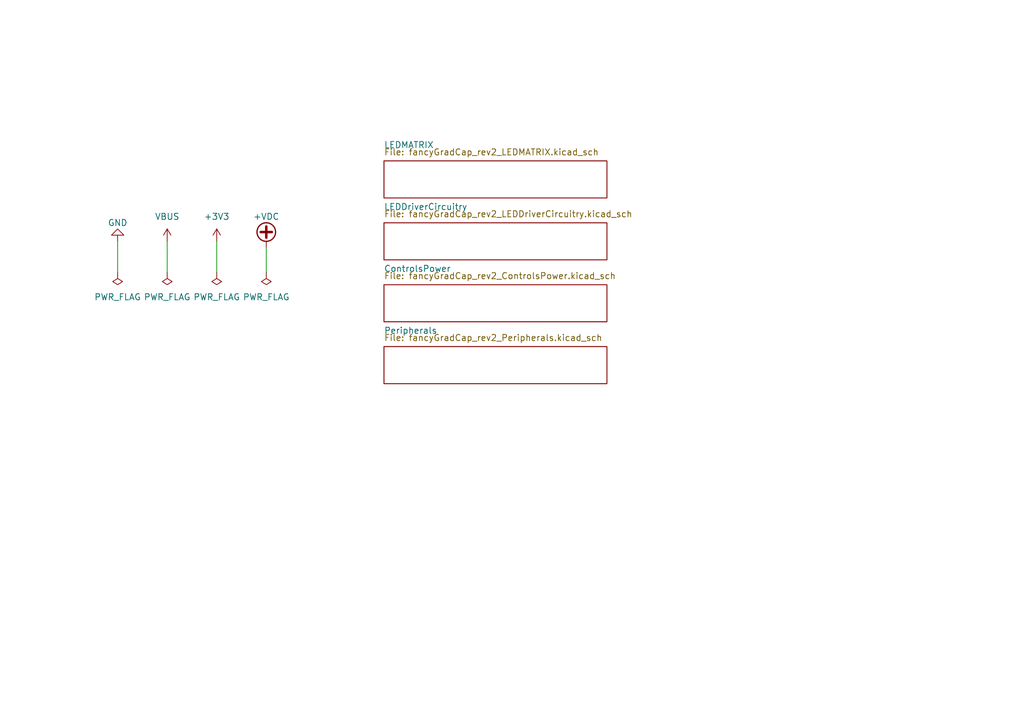
<source format=kicad_sch>
(kicad_sch (version 20211123) (generator eeschema)
  (paper "A5")
  (title_block (title "fancyGradCap_rev2") (date "2022-01-25") (rev "Rev2") (company "Mihir Savadi") (comment 1 "Root"))
  (lib_symbols
    (symbol "power:+3.3V" (power) (pin_names (offset 0))
      (property "Value" "+3.3V" (at 0 3.556 0))
      (symbol "+3.3V_0_1"
        (polyline (pts (xy -0.762 1.27) (xy 0 2.54)))
        (polyline (pts (xy 0 0) (xy 0 2.54)))
        (polyline (pts (xy 0 2.54) (xy 0.762 1.27)))
      )
      (symbol "+3.3V_1_1"
        (pin power_in line (at 0 0 90) (length 0) hide (name "+3V3") (number "1"))
      )
    )
    (symbol "power:+VDC" (power) (pin_names (offset 0))
      (property "Value" "+VDC" (at 0 6.35 0))
      (symbol "+VDC_0_1"
        (polyline (pts (xy -1.143 3.175) (xy 1.143 3.175)) (stroke (width 0.508)))
        (polyline (pts (xy 0 0) (xy 0 1.27)))
        (polyline (pts (xy 0 2.032) (xy 0 4.318)) (stroke (width 0.508)))
        (circle (center 0 3.175) (radius 1.905) (stroke (width 0.254)))
      )
      (symbol "+VDC_1_1"
        (pin power_in line (at 0 0 90) (length 0) hide (name "+VDC") (number "1"))
      )
    )
    (symbol "power:GND" (power) (pin_names (offset 0))
      (property "Value" "GND" (at 0 -3.81 0))
      (symbol "GND_0_1"
        (polyline (pts (xy 0 0) (xy 0 -1.27) (xy 1.27 -1.27) (xy 0 -2.54) (xy -1.27 -1.27) (xy 0 -1.27)))
      )
      (symbol "GND_1_1"
        (pin power_in line (at 0 0 270) (length 0) hide (name "GND") (number "1"))
      )
    )
    (symbol "power:PWR_FLAG" (power) (pin_numbers hide) (pin_names (offset 0) hide)
      (property "Value" "PWR_FLAG" (at 0 3.81 0))
      (symbol "PWR_FLAG_0_0"
        (pin power_out line (at 0 0 90) (length 0) (name "pwr") (number "1"))
      )
      (symbol "PWR_FLAG_0_1"
        (polyline (pts (xy 0 0) (xy 0 1.27) (xy -1.016 1.905) (xy 0 2.54) (xy 1.016 1.905) (xy 0 1.27)))
      )
    )
    (symbol "power:VBUS" (power) (pin_names (offset 0))
      (property "Value" "VBUS" (at 0 3.81 0))
      (symbol "VBUS_0_1"
        (polyline (pts (xy -0.762 1.27) (xy 0 2.54)))
        (polyline (pts (xy 0 0) (xy 0 2.54)))
        (polyline (pts (xy 0 2.54) (xy 0.762 1.27)))
      )
      (symbol "VBUS_1_1"
        (pin power_in line (at 0 0 90) (length 0) hide (name "VBUS") (number "1"))
      )
    )
  )
  (wire (pts (xy 24.13 49.53) (xy 24.13 55.88)))
  (wire (pts (xy 54.61 50.8) (xy 54.61 55.88)))
  (wire (pts (xy 34.29 49.53) (xy 34.29 55.88)))
  (wire (pts (xy 44.45 49.53) (xy 44.45 55.88)))
  (symbol (lib_id "power:PWR_FLAG") (at 44.45 55.88 180) (unit 1)
    (property "Reference" "#FLG03" (effects hide))
    (property "Value" "PWR_FLAG" (at 44.45 60.96 0))
  )
  (symbol (lib_id "power:+VDC") (at 54.61 50.8 0) (unit 1)
    (property "Reference" "#PWR04" (effects hide))
    (property "Value" "+VDC" (at 54.61 44.45 0))
  )
  (symbol (lib_id "power:PWR_FLAG") (at 54.61 55.88 180) (unit 1)
    (property "Reference" "#FLG04" (effects hide))
    (property "Value" "PWR_FLAG" (at 54.61 60.96 0))
  )
  (symbol (lib_id "power:+3.3V") (at 44.45 49.53 0) (unit 1)
    (property "Reference" "#PWR03" (effects hide))
    (property "Value" "+3.3V" (at 44.45 44.45 0))
  )
  (symbol (lib_id "power:PWR_FLAG") (at 34.29 55.88 180) (unit 1)
    (property "Reference" "#FLG02" (effects hide))
    (property "Value" "PWR_FLAG" (at 34.29 60.96 0))
  )
  (symbol (lib_id "power:GND") (at 24.13 49.53 180) (unit 1)
    (property "Reference" "#PWR01" (effects hide))
    (property "Value" "GND" (at 24.13 45.72 0))
  )
  (symbol (lib_id "power:VBUS") (at 34.29 49.53 0) (unit 1)
    (property "Reference" "#PWR02" (effects hide))
    (property "Value" "VBUS" (at 34.29 44.45 0))
  )
  (symbol (lib_id "power:PWR_FLAG") (at 24.13 55.88 180) (unit 1)
    (property "Reference" "#FLG01" (effects hide))
    (property "Value" "PWR_FLAG" (at 24.13 60.96 0))
  )
  (sheet (at 78.74 33.02) (size 45.72 7.62) (stroke (width 0.1524))
    (property "Sheet name" "LEDMATRIX" (at 78.74 30.48 0) (effects (justify left bottom)))
    (property "Sheet file" "fancyGradCap_rev2_LEDMATRIX.kicad_sch" (at 78.74 30.48 0) (effects (justify left top)))
  )
  (sheet (at 78.74 58.42) (size 45.72 7.62) (stroke (width 0.1524))
    (property "Sheet name" "ControlsPower" (at 78.74 55.88 0) (effects (justify left bottom)))
    (property "Sheet file" "fancyGradCap_rev2_ControlsPower.kicad_sch" (at 78.74 55.88 0) (effects (justify left top)))
  )
  (sheet (at 78.74 71.12) (size 45.72 7.62) (stroke (width 0.1524))
    (property "Sheet name" "Peripherals" (at 78.74 68.58 0) (effects (justify left bottom)))
    (property "Sheet file" "fancyGradCap_rev2_Peripherals.kicad_sch" (at 78.74 68.58 0) (effects (justify left top)))
  )
  (sheet (at 78.74 45.72) (size 45.72 7.62) (stroke (width 0.1524))
    (property "Sheet name" "LEDDriverCircuitry" (at 78.74 43.18 0) (effects (justify left bottom)))
    (property "Sheet file" "fancyGradCap_rev2_LEDDriverCircuitry.kicad_sch" (at 78.74 43.18 0) (effects (justify left top)))
  )
)
</source>
